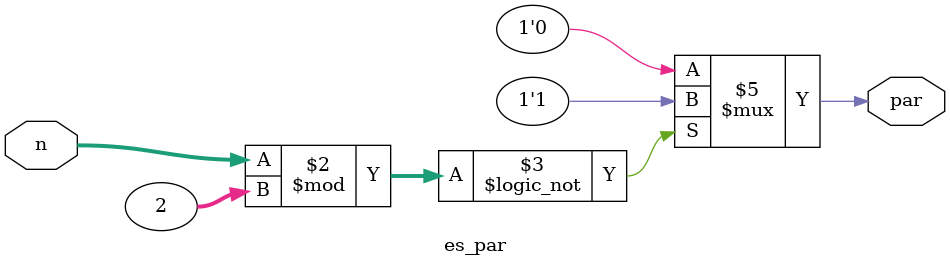
<source format=v>
module es_par (
  input  [4:0] n,    // Entrada de 5 bits: puede representar 0 a 31
  output reg par  // Salida: 1 si es primo, 0 si no
);
  always @(*) begin
    // Por defecto no es primo
    if (n % 2 ==0)
        par = 1;
    else
        par = 0;
  end
endmodule
</source>
